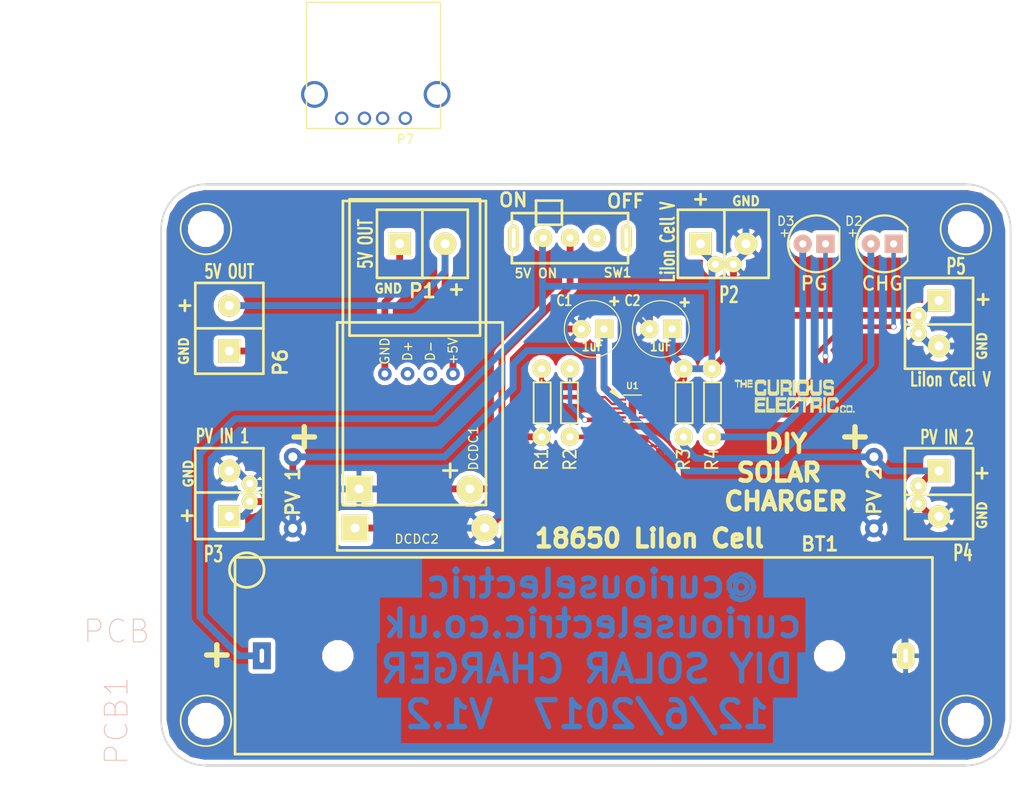
<source format=kicad_pcb>
(kicad_pcb (version 4) (host pcbnew 4.0.5)
  (layers (0 F.Cu signal) (31 B.Cu signal) (34 B.Paste user) (35 F.Paste user) (36 B.SilkS user) (37 F.SilkS user) (38 B.Mask user) (39 F.Mask user) (44 Edge.Cuts user))
  (net 0 "")
  (net 1 VCC)
  (net 2 GND)
  (net 3 "Net-(C1-Pad1)")
  (net 4 "Net-(D2-Pad2)")
  (net 5 "Net-(D3-Pad2)")
  (net 6 "Net-(D3-Pad1)")
  (net 7 "Net-(R1-Pad1)")
  (net 8 "Net-(R2-Pad1)")
  (net 9 "Net-(R2-Pad2)")
  (net 10 "Net-(D2-Pad1)")
  (net 11 "Net-(DCDC1-Pad3)")
  (net 12 "Net-(DCDC1-Pad4)")
  (net 13 "Net-(DCDC1-Pad2)")
  (net 14 "Net-(LG1-Pad1)")
  (net 15 "Net-(P7-Pad3)")
  (net 16 "Net-(P7-Pad2)")
  (net 17 "Net-(U1-Pad9)")
  (module REInnovationFootprint:TH_Resistor_1 (layer F.Cu) (at 140.97 88.34 270)
    (fp_text reference R1 (at 6.35 0 270) (layer F.SilkS) (effects (font (size 1.397 1.27) (thickness 0.2032))))
    (fp_text value 1k hide)
    (pad 1 thru_hole circle (at -3.81 0 270) (size 2.032 2.032) (drill 0.8001) (layers *.Cu *.Mask F.SilkS) (net 7 "Net-(R1-Pad1)"))
    (pad 2 thru_hole circle (at 3.81 0 270) (size 2.032 2.032) (drill 0.8001) (layers *.Cu *.Mask F.SilkS) (net 2 GND))
  )
  (module REInnovationFootprint:TH_Resistor_1 (layer F.Cu) (at 144.145 88.34 90)
    (fp_text reference R2 (at -6.35 0 90) (layer F.SilkS) (effects (font (size 1.397 1.27) (thickness 0.2032))))
    (fp_text value 100k hide)
    (pad 1 thru_hole circle (at -3.81 0 90) (size 2.032 2.032) (drill 0.8001) (layers *.Cu *.Mask F.SilkS) (net 8 "Net-(R2-Pad1)"))
    (pad 2 thru_hole circle (at 3.81 0 90) (size 2.032 2.032) (drill 0.8001) (layers *.Cu *.Mask F.SilkS) (net 9 "Net-(R2-Pad2)"))
  )
  (module REInnovationFootprint:TH_Resistor_1 (layer F.Cu) (at 156.845 88.34 270)
    (fp_text reference R3 (at 6.35 0 270) (layer F.SilkS) (effects (font (size 1.397 1.27) (thickness 0.2032))))
    (fp_text value 2.2k hide)
    (pad 1 thru_hole circle (at -3.81 0 270) (size 2.032 2.032) (drill 0.8001) (layers *.Cu *.Mask F.SilkS) (net 1 VCC))
    (pad 2 thru_hole circle (at 3.81 0 270) (size 2.032 2.032) (drill 0.8001) (layers *.Cu *.Mask F.SilkS) (net 4 "Net-(D2-Pad2)"))
  )
  (module REInnovationFootprint:TH_Resistor_1 (layer F.Cu) (at 160.02 88.34 270)
    (fp_text reference R4 (at 6.35 0 270) (layer F.SilkS) (effects (font (size 1.397 1.27) (thickness 0.2032))))
    (fp_text value 2.2k hide)
    (pad 1 thru_hole circle (at -3.81 0 270) (size 2.032 2.032) (drill 0.8001) (layers *.Cu *.Mask F.SilkS) (net 1 VCC))
    (pad 2 thru_hole circle (at 3.81 0 270) (size 2.032 2.032) (drill 0.8001) (layers *.Cu *.Mask F.SilkS) (net 5 "Net-(D3-Pad2)"))
  )
  (module REInnovationFootprint:SM_WSON-10-2x3 (layer F.Cu) (at 151.13 88.975)
    (fp_text reference U1 (at 0 -2.54) (layer F.SilkS) (effects (font (size 0.7 0.7))))
    (fp_text value BQ24210 hide)
    (pad 10 smd rect (at 0.95 -1) (size 0.5 0.25) (layers F.Cu F.Paste F.Mask) (net 1 VCC))
    (pad 9 smd rect (at 0.95 -0.5) (size 0.5 0.25) (layers F.Cu F.Paste F.Mask) (net 17 "Net-(U1-Pad9)"))
    (pad 6 smd rect (at 0.95 1) (size 0.5 0.25) (layers F.Cu F.Paste F.Mask) (net 6 "Net-(D3-Pad1)"))
    (pad 7 smd rect (at 0.95 0.5) (size 0.5 0.25) (layers F.Cu F.Paste F.Mask) (net 6 "Net-(D3-Pad1)"))
    (pad 8 smd rect (at 0.95 0) (size 0.5 0.25) (layers F.Cu F.Paste F.Mask) (net 10 "Net-(D2-Pad1)"))
    (pad 5 smd rect (at -0.95 1) (size 0.5 0.25) (layers F.Cu F.Paste F.Mask) (net 8 "Net-(R2-Pad1)"))
    (pad 4 smd rect (at -0.95 0.5) (size 0.5 0.25) (layers F.Cu F.Paste F.Mask) (net 9 "Net-(R2-Pad2)"))
    (pad 1 smd rect (at -0.95 -1) (size 0.5 0.25) (layers F.Cu F.Paste F.Mask) (net 3 "Net-(C1-Pad1)"))
    (pad 2 smd rect (at -0.95 -0.5) (size 0.5 0.25) (layers F.Cu F.Paste F.Mask) (net 7 "Net-(R1-Pad1)"))
    (pad PAD smd rect (at 0 0) (size 0.84 2.4) (layers F.Cu F.Mask) (net 2 GND))
    (pad 3 smd rect (at -0.95 0) (size 0.5 0.25) (layers F.Cu F.Paste F.Mask) (net 2 GND))
  )
  (module matts_components:C1V7_lg_pad_lg_hole (layer F.Cu) (at 146.685 80.085 180)
    (fp_text reference C1 (at 3.175 3.175 180) (layer F.SilkS) (effects (font (size 1.143 0.889) (thickness 0.2032))))
    (fp_text value 1uF (at 0 -1.905 180) (layer F.SilkS) (effects (font (size 1.143 0.889) (thickness 0.2032))))
    (fp_text user + (at -2.413 3.175 180) (layer F.SilkS) (effects (font (size 1.143 1.143) (thickness 0.28702))))
    (pad 1 thru_hole rect (at -1.27 0 180) (size 2.032 2.032) (drill 0.8001) (layers *.Cu *.Mask F.SilkS) (net 3 "Net-(C1-Pad1)"))
    (pad 2 thru_hole circle (at 1.27 0 180) (size 2.032 2.032) (drill 0.8001) (layers *.Cu *.Mask F.SilkS) (net 2 GND))
  )
  (module matts_components:C1V7_lg_pad_lg_hole (layer F.Cu) (at 154.305 80.085 180)
    (fp_text reference C2 (at 3.175 3.175 180) (layer F.SilkS) (effects (font (size 1.143 0.889) (thickness 0.2032))))
    (fp_text value 1uF (at 0 -1.905 180) (layer F.SilkS) (effects (font (size 1.143 0.889) (thickness 0.2032))))
    (fp_text user + (at -2.667 3.048 180) (layer F.SilkS) (effects (font (size 1.143 1.143) (thickness 0.28702))))
    (pad 1 thru_hole rect (at -1.27 0 180) (size 2.032 2.032) (drill 0.8001) (layers *.Cu *.Mask F.SilkS) (net 1 VCC))
    (pad 2 thru_hole circle (at 1.27 0 180) (size 2.032 2.032) (drill 0.8001) (layers *.Cu *.Mask F.SilkS) (net 2 GND))
  )
  (module CuriousElectric3:CEC_Globe_10mm_FCU (layer F.Cu) (at 151.257 96.647)
    (fp_text reference LG1 hide)
    (fp_text value LOGO1 hide)
    (fp_poly (pts (xy 0.230092 -4.822486) (xy 0.792908 -4.777429) (xy 1.267235 -4.688807) (xy 1.340706 -4.667542) (xy 2.157578 -4.328299) (xy 2.906366 -3.848203) (xy 3.436072 -3.372761) (xy 3.895128 -2.844669) (xy 4.241358 -2.322757) (xy 4.515748 -1.74238) (xy 4.585661 -1.559568) (xy 4.694208 -1.134991) (xy 4.761463 -0.602005) (xy 4.786724 -0.016601) (xy 4.769288 0.565234) (xy 4.708454 1.087509) (xy 4.623268 1.439333) (xy 4.251352 2.306343) (xy 3.758998 3.062829) (xy 3.153541 3.700203) (xy 2.442312 4.209878) (xy 2.105847 4.38761) (xy 1.727794 4.554278) (xy 1.34502 4.700212) (xy 1.024552 4.800467) (xy 0.948332 4.818372) (xy 0.590714 4.866643) (xy 0.138732 4.892962) (xy -0.333906 4.896002) (xy -0.753492 4.874436) (xy -0.931334 4.852214) (xy -1.397145 4.736206) (xy -1.917506 4.546832) (xy -2.413737 4.315238) (xy -2.683125 4.158727) (xy -3.248282 3.720076) (xy -2.794 3.720076) (xy -2.723212 3.790508) (xy -2.53362 3.912526) (xy -2.259386 4.065085) (xy -2.106863 4.14341) (xy -1.742472 4.318379) (xy -1.472379 4.43308) (xy -1.310818 4.483029) (xy -1.27202 4.463741) (xy -1.359776 4.378807) (xy -1.496247 4.269403) (xy -1.575752 4.204574) (xy -0.925894 4.204574) (xy -0.868603 4.341183) (xy -0.758702 4.471368) (xy -0.609663 4.59228) (xy -0.467889 4.653021) (xy -0.378369 4.643933) (xy -0.379736 4.628244) (xy 0.360409 4.628244) (xy 0.402507 4.646152) (xy 0.458702 4.628721) (xy 0.645329 4.57917) (xy 0.718202 4.572) (xy 0.837498 4.523907) (xy 1.038601 4.39991) (xy 1.149702 4.322145) (xy 1.511351 4.322145) (xy 1.525151 4.349207) (xy 1.637851 4.317468) (xy 1.651 4.312843) (xy 1.883427 4.213103) (xy 2.163446 4.070201) (xy 2.260457 4.015442) (xy 2.536293 3.839645) (xy 2.657844 3.722174) (xy 2.62795 3.658231) (xy 2.481496 3.642408) (xy 2.241535 3.713368) (xy 1.932671 3.926596) (xy 1.820333 4.023471) (xy 1.606421 4.219246) (xy 1.511351 4.322145) (xy 1.149702 4.322145) (xy 1.280736 4.230428) (xy 1.523129 4.045881) (xy 1.725007 3.876688) (xy 1.845597 3.75327) (xy 1.862666 3.718156) (xy 1.787142 3.671251) (xy 1.59677 3.643708) (xy 1.49492 3.640666) (xy 1.278331 3.653337) (xy 1.118297 3.712591) (xy 0.959046 3.850292) (xy 0.790977 4.042833) (xy 0.545686 4.34238) (xy 0.405149 4.532252) (xy 0.360409 4.628244) (xy -0.379736 4.628244) (xy -0.386092 4.555355) (xy -0.388599 4.550833) (xy -0.522195 4.362262) (xy -0.678414 4.202742) (xy -0.811145 4.1151) (xy -0.858974 4.113939) (xy -0.925894 4.204574) (xy -1.575752 4.204574) (xy -1.708706 4.096164) (xy -1.876496 3.958166) (xy -2.206667 3.73062) (xy -2.309146 3.698) (xy -1.862667 3.698) (xy -1.803602 3.782977) (xy -1.655475 3.927497) (xy -1.5875 3.986346) (xy -1.414453 4.124509) (xy -1.329278 4.158385) (xy -1.293209 4.096099) (xy -1.284472 4.049855) (xy -1.283022 3.848459) (xy -1.302981 3.761509) (xy -1.341434 3.73225) (xy -0.762 3.73225) (xy -0.714139 3.832567) (xy -0.594367 4.010218) (xy -0.4384 4.218718) (xy -0.281957 4.411577) (xy -0.160755 4.542309) (xy -0.116801 4.572) (xy -0.099198 4.495397) (xy -0.087526 4.297806) (xy -0.084667 4.106333) (xy -0.084667 3.640666) (xy 0.084666 3.640666) (xy 0.08846 4.1275) (xy 0.092254 4.614333) (xy 0.46946 4.193318) (xy 0.660959 3.970404) (xy 0.796726 3.794853) (xy 0.846666 3.706485) (xy 0.770958 3.667224) (xy 0.579417 3.64368) (xy 0.465666 3.640666) (xy 0.084666 3.640666) (xy -0.084667 3.640666) (xy -0.423334 3.640666) (xy -0.635502 3.660978) (xy -0.753397 3.711741) (xy -0.762 3.73225) (xy -1.341434 3.73225) (xy -1.395683 3.690973) (xy -1.564703 3.647262) (xy -1.740008 3.638322) (xy -1.85156 3.6721) (xy -1.862667 3.698) (xy -2.309146 3.698) (xy -2.483261 3.642578) (xy -2.527554 3.640666) (xy -2.711226 3.662681) (xy -2.793663 3.716072) (xy -2.794 3.720076) (xy -3.248282 3.720076) (xy -3.271249 3.70225) (xy -3.808462 3.140101) (xy -4.266574 2.510811) (xy -4.533182 2.010833) (xy -4.233017 2.010833) (xy -4.178475 2.167604) (xy -4.035999 2.406897) (xy -3.835777 2.689908) (xy -3.608002 2.977831) (xy -3.382863 3.231864) (xy -3.19055 3.4132) (xy -3.093657 3.475295) (xy -2.877856 3.531343) (xy -2.644773 3.549618) (xy -2.469682 3.526676) (xy -2.433093 3.505536) (xy -2.450226 3.415203) (xy -2.546802 3.233849) (xy -2.660337 3.061036) (xy -2.862439 2.758868) (xy -3.059312 2.440438) (xy -3.135613 2.307166) (xy -3.259051 2.098237) (xy -3.298381 2.061206) (xy -3.048 2.061206) (xy -3.001712 2.192223) (xy -2.880931 2.416216) (xy -2.712787 2.690711) (xy -2.524409 2.973234) (xy -2.342926 3.221309) (xy -2.201563 3.386437) (xy -1.986062 3.511331) (xy -1.732527 3.538716) (xy -1.508553 3.46951) (xy -1.42444 3.387458) (xy -0.532896 3.387458) (xy -0.511343 3.511738) (xy -0.352842 3.544441) (xy -0.309511 3.539675) (xy -0.206551 3.505842) (xy -0.14874 3.414156) (xy -0.120758 3.223487) (xy -0.113644 3.070894) (xy 0.083959 3.070894) (xy 0.092513 3.331435) (xy 0.135354 3.491521) (xy 0.145014 3.503458) (xy 0.259335 3.53471) (xy 0.477659 3.543366) (xy 0.589514 3.538736) (xy 0.783913 3.52087) (xy 0.91714 3.476714) (xy 0.951281 3.444301) (xy 1.318578 3.444301) (xy 1.320044 3.483809) (xy 1.434653 3.536221) (xy 1.645996 3.553824) (xy 1.885244 3.537356) (xy 2.08357 3.487555) (xy 2.109152 3.475354) (xy 2.120173 3.465684) (xy 2.455333 3.465684) (xy 2.518506 3.549278) (xy 2.677627 3.550474) (xy 2.887094 3.479816) (xy 3.101308 3.347846) (xy 3.152497 3.304481) (xy 3.315695 3.149825) (xy 3.361178 3.075912) (xy 3.299169 3.05255) (xy 3.2385 3.050481) (xy 3.084796 3.000149) (xy 3.048 2.921) (xy 3.007622 2.808251) (xy 2.973382 2.794) (xy 2.877714 2.857553) (xy 2.736618 3.012111) (xy 2.591861 3.20352) (xy 2.485208 3.377626) (xy 2.455333 3.465684) (xy 2.120173 3.465684) (xy 2.23373 3.366049) (xy 2.409473 3.160803) (xy 2.579079 2.931187) (xy 2.748036 2.677322) (xy 2.831541 2.5109) (xy 2.843586 2.382307) (xy 2.798162 2.241929) (xy 2.783158 2.207499) (xy 2.693082 2.04516) (xy 2.573344 1.969303) (xy 2.362513 1.94792) (xy 2.283866 1.947333) (xy 1.899735 1.947333) (xy 1.587582 2.679476) (xy 1.456422 3.004776) (xy 1.362527 3.272427) (xy 1.318578 3.444301) (xy 0.951281 3.444301) (xy 1.025305 3.374026) (xy 1.144516 3.180561) (xy 1.281327 2.921) (xy 1.48774 2.521428) (xy 1.613378 2.249383) (xy 1.652113 2.080399) (xy 1.597813 1.990009) (xy 1.44435 1.953746) (xy 1.185594 1.947145) (xy 1.037386 1.947333) (xy 0.370029 1.947333) (xy 0.227347 2.246539) (xy 0.155045 2.472446) (xy 0.106026 2.765898) (xy 0.083959 3.070894) (xy -0.113644 3.070894) (xy -0.110603 3.005666) (xy -0.106733 2.744351) (xy -0.118935 2.63965) (xy -0.149645 2.679394) (xy -0.166175 2.728232) (xy -0.273097 2.964785) (xy -0.414252 3.182684) (xy -0.532896 3.387458) (xy -1.42444 3.387458) (xy -1.412439 3.375752) (xy -1.386179 3.256523) (xy -1.425702 3.06063) (xy -1.538351 2.758926) (xy -1.609701 2.592585) (xy -1.825083 2.102487) (xy -1.628362 2.102487) (xy -1.574817 2.282258) (xy -1.50802 2.455333) (xy -1.40357 2.689592) (xy -1.321413 2.843327) (xy -1.289898 2.878666) (xy -1.273971 2.804178) (xy -1.284178 2.617131) (xy -1.294766 2.527797) (xy -1.378806 2.222201) (xy -1.52516 2.058202) (xy -1.625142 2.033296) (xy -1.628362 2.102487) (xy -1.825083 2.102487) (xy -1.893269 1.947333) (xy -2.470635 1.947333) (xy -2.798436 1.957141) (xy -2.982402 1.989791) (xy -3.04707 2.050124) (xy -3.048 2.061206) (xy -3.298381 2.061206) (xy -3.372433 1.991485) (xy -3.537482 1.952617) (xy -3.783258 1.947333) (xy -4.03334 1.958116) (xy -4.196617 1.985844) (xy -4.233017 2.010833) (xy -4.533182 2.010833) (xy -4.617393 1.852911) (xy -4.827654 1.227619) (xy -4.890095 0.802586) (xy -4.917063 0.277066) (xy -4.91441 0.074936) (xy -4.682062 0.074936) (xy -4.630807 0.623818) (xy -4.58302 0.968185) (xy -4.51233 1.29212) (xy -4.453096 1.47535) (xy -4.366988 1.654808) (xy -4.266794 1.744198) (xy -4.09524 1.774802) (xy -3.898987 1.778) (xy -3.656373 1.76669) (xy -3.502075 1.737743) (xy -3.472756 1.7145) (xy -3.489326 1.608371) (xy -3.532525 1.377223) (xy -3.594605 1.061846) (xy -3.629553 0.889) (xy -3.736269 0.365632) (xy -3.556 0.365632) (xy -3.530312 0.614517) (xy -3.464284 0.931058) (xy -3.374469 1.254782) (xy -3.277422 1.525221) (xy -3.198328 1.672166) (xy -3.057982 1.734824) (xy -2.776495 1.770851) (xy -2.525797 1.778) (xy -1.939661 1.778) (xy -1.995403 1.4605) (xy -2.065894 1.065064) (xy -2.102674 0.899609) (xy -1.933783 0.899609) (xy -1.912685 0.984172) (xy -1.843164 1.077889) (xy -1.758292 1.030157) (xy -1.704002 0.914571) (xy -1.759656 0.831144) (xy -1.872452 0.771611) (xy -1.914049 0.785159) (xy -1.933783 0.899609) (xy -2.102674 0.899609) (xy -2.124913 0.799573) (xy -2.192658 0.627628) (xy -2.289327 0.51283) (xy -2.435121 0.418778) (xy -2.628192 0.320195) (xy -2.871408 0.213542) (xy -2.000616 0.213542) (xy -1.998726 0.218591) (xy -1.952165 0.409319) (xy -1.947334 0.472591) (xy -1.882083 0.567612) (xy -1.735393 0.588175) (xy -1.580863 0.527928) (xy -1.556227 0.506359) (xy -1.42059 0.476619) (xy -1.190395 0.519108) (xy -0.912998 0.613678) (xy -0.635755 0.740174) (xy -0.40602 0.878447) (xy -0.27115 1.008345) (xy -0.254 1.060507) (xy -0.207591 1.171776) (xy -0.169334 1.185333) (xy -0.12509 1.107575) (xy -0.094799 0.901593) (xy -0.084667 0.635) (xy -0.084667 0.084666) (xy 0.084666 0.084666) (xy 0.084666 0.663743) (xy 0.089747 0.974021) (xy 0.114192 1.159117) (xy 0.171807 1.263089) (xy 0.276398 1.329998) (xy 0.296333 1.339261) (xy 0.46271 1.47561) (xy 0.508 1.606851) (xy 0.522654 1.694536) (xy 0.590116 1.745871) (xy 0.745633 1.770417) (xy 1.024454 1.777735) (xy 1.13902 1.778) (xy 1.77004 1.778) (xy 1.951566 1.778) (xy 2.372783 1.778) (xy 2.629064 1.767447) (xy 2.755623 1.726633) (xy 2.791259 1.641819) (xy 2.791307 1.629833) (xy 2.739589 1.444154) (xy 2.738311 1.441966) (xy 4.179576 1.441966) (xy 4.195587 1.531422) (xy 4.263019 1.579315) (xy 4.326654 1.476046) (xy 4.382656 1.30334) (xy 4.396715 1.23069) (xy 4.353366 1.216681) (xy 4.265648 1.286065) (xy 4.179576 1.441966) (xy 2.738311 1.441966) (xy 2.670122 1.32527) (xy 2.594044 1.154595) (xy 2.597206 1.050103) (xy 2.59231 0.946321) (xy 2.555983 0.931333) (xy 2.404556 0.903039) (xy 2.336434 0.880393) (xy 2.221888 0.895175) (xy 2.124584 1.045454) (xy 2.036949 1.34543) (xy 2.004375 1.502833) (xy 1.951566 1.778) (xy 1.77004 1.778) (xy 1.858214 1.4605) (xy 1.928803 1.168854) (xy 1.936439 1.004738) (xy 1.879453 0.937828) (xy 1.829104 0.931333) (xy 1.712553 0.87854) (xy 1.559361 0.747777) (xy 1.405443 0.580465) (xy 1.321536 0.465666) (xy 4.402666 0.465666) (xy 4.445 0.508) (xy 4.487333 0.465666) (xy 4.445 0.423333) (xy 4.402666 0.465666) (xy 1.321536 0.465666) (xy 1.286715 0.418025) (xy 1.239091 0.301879) (xy 1.257624 0.272236) (xy 1.313721 0.221203) (xy 4.17777 0.221203) (xy 4.191 0.254) (xy 4.267082 0.33477) (xy 4.280663 0.338666) (xy 4.317029 0.27316) (xy 4.318 0.254) (xy 4.252912 0.172586) (xy 4.228336 0.169333) (xy 4.17777 0.221203) (xy 1.313721 0.221203) (xy 1.349655 0.188513) (xy 1.354666 0.162277) (xy 1.276925 0.125181) (xy 1.071281 0.097739) (xy 0.779101 0.085006) (xy 0.719666 0.084666) (xy 0.084666 0.084666) (xy -0.084667 0.084666) (xy -0.54635 0.084666) (xy -0.852468 0.102932) (xy -1.121586 0.149528) (xy -1.22598 0.18397) (xy -1.414542 0.240896) (xy -1.53692 0.190107) (xy -1.54323 0.18397) (xy -1.701912 0.105241) (xy -1.846326 0.084666) (xy -1.992198 0.113332) (xy -2.000616 0.213542) (xy -2.871408 0.213542) (xy -2.917827 0.193187) (xy -3.183413 0.108077) (xy -3.323167 0.086085) (xy -3.482885 0.105406) (xy -3.546115 0.200351) (xy -3.556 0.365632) (xy -3.736269 0.365632) (xy -3.784928 0.127) (xy -4.682062 0.074936) (xy -4.91441 0.074936) (xy -4.909689 -0.284567) (xy -4.907376 -0.314964) (xy -4.681503 -0.314964) (xy -4.660606 -0.166865) (xy -4.581808 -0.085116) (xy -4.580939 -0.084606) (xy -4.377671 -0.022376) (xy -4.11845 -0.006567) (xy -3.894791 -0.039618) (xy -3.839175 -0.064844) (xy -3.789619 -0.172407) (xy -3.773305 -0.249236) (xy -3.582063 -0.249236) (xy -3.54219 -0.111114) (xy -3.538127 -0.105834) (xy -3.420725 -0.010267) (xy -3.284267 -0.042763) (xy -3.227997 -0.076285) (xy -3.164121 -0.151943) (xy -3.179166 -0.21732) (xy -2.577938 -0.21732) (xy -2.577195 -0.073945) (xy -2.556087 -0.04431) (xy -2.423416 -0.006362) (xy -2.287625 -0.085643) (xy -2.216612 -0.233699) (xy -2.222485 -0.285045) (xy -2.032 -0.285045) (xy -2.005539 -0.117697) (xy -1.947481 -0.03885) (xy -1.889814 -0.080602) (xy -1.875894 -0.128398) (xy -1.898878 -0.303163) (xy -1.939394 -0.364594) (xy -2.012271 -0.395348) (xy -2.032 -0.285045) (xy -2.222485 -0.285045) (xy -2.233743 -0.383468) (xy -2.313418 -0.409684) (xy -1.68182 -0.409684) (xy -1.677171 -0.207141) (xy -1.560256 -0.077755) (xy -1.502834 -0.059753) (xy -1.149355 -0.019873) (xy -0.747014 -0.014651) (xy -0.394933 -0.044676) (xy -0.34925 -0.052917) (xy -0.084667 -0.105834) (xy -0.084667 -0.898073) (xy 0.084666 -0.898073) (xy 0.086744 -0.507216) (xy 0.108852 -0.254636) (xy 0.174797 -0.109318) (xy 0.30839 -0.040249) (xy 0.533439 -0.016414) (xy 0.766557 -0.009822) (xy 1.025354 -0.021249) (xy 1.212578 -0.094911) (xy 1.344176 -0.209102) (xy 3.916564 -0.209102) (xy 3.933518 -0.174967) (xy 4.014251 -0.087434) (xy 4.029102 -0.149163) (xy 4.008549 -0.215319) (xy 3.946216 -0.307525) (xy 3.918062 -0.305618) (xy 3.916564 -0.209102) (xy 1.344176 -0.209102) (xy 1.408952 -0.265309) (xy 1.44106 -0.298116) (xy 1.622003 -0.509478) (xy 1.70228 -0.698122) (xy 1.714678 -0.945562) (xy 1.713501 -0.975449) (xy 1.714299 -1.03373) (xy 2.218321 -1.03373) (xy 2.2421 -0.952774) (xy 2.402633 -0.931334) (xy 2.603176 -0.882818) (xy 2.70541 -0.809061) (xy 2.85349 -0.718846) (xy 3.083092 -0.658314) (xy 3.117944 -0.65396) (xy 3.341011 -0.628692) (xy 3.48684 -0.609057) (xy 3.498708 -0.6069) (xy 3.544194 -0.661657) (xy 3.540311 -0.740834) (xy 3.525376 -0.762) (xy 3.725333 -0.762) (xy 3.75422 -0.679535) (xy 3.762669 -0.677334) (xy 3.834955 -0.736663) (xy 3.852333 -0.762) (xy 3.84562 -0.840019) (xy 3.814996 -0.846667) (xy 3.728778 -0.785207) (xy 3.725333 -0.762) (xy 3.525376 -0.762) (xy 3.466036 -0.846094) (xy 3.272072 -0.902588) (xy 3.146044 -0.91538) (xy 2.907233 -0.9502) (xy 2.818523 -1.01366) (xy 2.822574 -1.05301) (xy 2.788136 -1.16682) (xy 2.668427 -1.253945) (xy 2.490812 -1.296987) (xy 2.351126 -1.210121) (xy 2.336461 -1.194315) (xy 2.218321 -1.03373) (xy 1.714299 -1.03373) (xy 1.716853 -1.219971) (xy 1.762123 -1.333715) (xy 1.828373 -1.354667) (xy 1.927907 -1.418249) (xy 1.931371 -1.502834) (xy 1.898271 -1.569773) (xy 1.809673 -1.615224) (xy 1.635947 -1.644629) (xy 1.347464 -1.663429) (xy 0.993829 -1.675032) (xy 0.084666 -1.699063) (xy 0.084666 -0.898073) (xy -0.084667 -0.898073) (xy -0.084667 -1.693334) (xy -0.371942 -1.693334) (xy -0.603192 -1.656065) (xy -0.707952 -1.566334) (xy -0.818663 -1.453742) (xy -0.881981 -1.439334) (xy -1.038384 -1.379147) (xy -1.223724 -1.235434) (xy -1.378208 -1.063469) (xy -1.442027 -0.921625) (xy -1.492325 -0.765379) (xy -1.569027 -0.639985) (xy -1.68182 -0.409684) (xy -2.313418 -0.409684) (xy -2.354904 -0.423334) (xy -2.490377 -0.359148) (xy -2.577938 -0.21732) (xy -3.179166 -0.21732) (xy -3.192722 -0.276224) (xy -3.267418 -0.413656) (xy -3.384003 -0.58721) (xy -3.470359 -0.674782) (xy -3.479718 -0.677334) (xy -3.54336 -0.605412) (xy -3.579964 -0.438358) (xy -3.582063 -0.249236) (xy -3.773305 -0.249236) (xy -3.739437 -0.408728) (xy -3.696229 -0.733435) (xy -3.680088 -0.910215) (xy -3.618826 -1.693334) (xy -3.997345 -1.693334) (xy -4.233702 -1.684369) (xy -4.360327 -1.628679) (xy -4.436782 -1.483066) (xy -4.480937 -1.342631) (xy -4.561314 -1.03092) (xy -4.634197 -0.679176) (xy -4.651444 -0.577995) (xy -4.681503 -0.314964) (xy -4.907376 -0.314964) (xy -4.869101 -0.817937) (xy -4.796432 -1.25867) (xy -4.783062 -1.311956) (xy -4.563451 -1.896058) (xy -4.193813 -1.896058) (xy -4.100031 -1.80539) (xy -3.915218 -1.818235) (xy -3.741888 -1.865711) (xy -3.666382 -1.893397) (xy -3.667984 -1.97903) (xy -3.690716 -2.179264) (xy -3.711991 -2.331015) (xy -3.726317 -2.427327) (xy -1.592512 -2.427327) (xy -1.501466 -2.373732) (xy -1.448392 -2.370667) (xy -1.281665 -2.444955) (xy -1.195452 -2.657896) (xy -1.185334 -2.800925) (xy -1.141084 -2.942392) (xy -1.026117 -2.963446) (xy -0.867107 -2.8822) (xy -0.690728 -2.716766) (xy -0.523655 -2.485253) (xy -0.42191 -2.282563) (xy -0.354984 -2.080886) (xy -0.374541 -1.984774) (xy -0.407132 -1.966846) (xy -0.47178 -1.889189) (xy -0.461198 -1.855436) (xy -0.401436 -1.78742) (xy -0.304983 -1.797737) (xy -0.218592 -1.829392) (xy -0.125014 -1.954265) (xy -0.088371 -2.206698) (xy 0.084666 -2.206698) (xy 0.096443 -1.989739) (xy 0.158922 -1.887438) (xy 0.312828 -1.845413) (xy 0.359833 -1.839248) (xy 0.903063 -1.793185) (xy 1.293438 -1.808514) (xy 1.528679 -1.8851) (xy 1.560285 -1.911048) (xy 1.660702 -2.103343) (xy 1.671391 -2.343214) (xy 1.606344 -2.574973) (xy 1.479555 -2.742935) (xy 1.338419 -2.794) (xy 1.187837 -2.851813) (xy 1.118161 -2.979876) (xy 1.158535 -3.110127) (xy 1.19171 -3.136609) (xy 1.259352 -3.230199) (xy 1.24253 -3.273025) (xy 1.129498 -3.284911) (xy 1.013298 -3.235295) (xy 0.830341 -3.152137) (xy 0.729178 -3.132667) (xy 0.613805 -3.065486) (xy 0.473633 -2.898106) (xy 0.434551 -2.836334) (xy 0.304791 -2.649729) (xy 0.19511 -2.546947) (xy 0.172188 -2.54) (xy 0.117025 -2.464975) (xy 0.086689 -2.277889) (xy 0.084666 -2.206698) (xy -0.088371 -2.206698) (xy -0.084979 -2.230064) (xy -0.099169 -2.646842) (xy -0.138509 -2.99385) (xy -0.181909 -3.310492) (xy 1.452764 -3.310492) (xy 1.487982 -3.207163) (xy 1.566333 -3.132667) (xy 1.667963 -2.968164) (xy 1.693333 -2.827919) (xy 1.768321 -2.620531) (xy 1.905 -2.489881) (xy 2.056669 -2.359984) (xy 2.116666 -2.250863) (xy 2.183276 -2.078781) (xy 2.339635 -2.00725) (xy 2.463588 -2.036419) (xy 2.612356 -2.139496) (xy 2.66272 -2.19441) (xy 2.635411 -2.286) (xy 2.921 -2.286) (xy 2.927712 -2.207982) (xy 2.958336 -2.201334) (xy 3.044554 -2.262794) (xy 3.048 -2.286) (xy 3.019113 -2.368466) (xy 3.010663 -2.370667) (xy 2.938377 -2.311338) (xy 2.921 -2.286) (xy 2.635411 -2.286) (xy 2.634259 -2.289862) (xy 2.502037 -2.422275) (xy 2.478082 -2.440332) (xy 2.407082 -2.497667) (xy 3.132666 -2.497667) (xy 3.175 -2.455334) (xy 3.217333 -2.497667) (xy 3.175 -2.54) (xy 3.132666 -2.497667) (xy 2.407082 -2.497667) (xy 2.327586 -2.561862) (xy 2.317381 -2.596445) (xy 3.414888 -2.596445) (xy 3.426511 -2.546111) (xy 3.471333 -2.54) (xy 3.541023 -2.570979) (xy 3.527777 -2.596445) (xy 3.427298 -2.606578) (xy 3.414888 -2.596445) (xy 2.317381 -2.596445) (xy 2.301797 -2.64925) (xy 2.376708 -2.751667) (xy 2.963333 -2.751667) (xy 3.005666 -2.709334) (xy 3.048 -2.751667) (xy 3.005666 -2.794) (xy 2.963333 -2.751667) (xy 2.376708 -2.751667) (xy 2.385136 -2.763189) (xy 2.392979 -2.771878) (xy 2.518291 -2.945047) (xy 2.509928 -3.086093) (xy 2.399877 -3.231834) (xy 2.233756 -3.334501) (xy 2.568769 -3.334501) (xy 2.582333 -3.302) (xy 2.694492 -3.220495) (xy 2.719326 -3.217334) (xy 2.76523 -3.2695) (xy 2.751666 -3.302) (xy 2.639507 -3.383506) (xy 2.614673 -3.386667) (xy 2.568769 -3.334501) (xy 2.233756 -3.334501) (xy 2.219661 -3.343212) (xy 1.924514 -3.385557) (xy 1.849544 -3.386667) (xy 1.571276 -3.368524) (xy 1.452764 -3.310492) (xy -0.181909 -3.310492) (xy -0.19235 -3.386667) (xy -0.633386 -3.386667) (xy -0.934903 -3.366136) (xy -1.14458 -3.282285) (xy -1.311741 -3.101727) (xy -1.471457 -2.819372) (xy -1.582071 -2.567368) (xy -1.592512 -2.427327) (xy -3.726317 -2.427327) (xy -3.760308 -2.655826) (xy -1.857042 -2.655826) (xy -1.791591 -2.624667) (xy -1.709884 -2.693324) (xy -1.615172 -2.855868) (xy -1.547758 -3.012415) (xy -1.566433 -3.030775) (xy -1.686249 -2.927413) (xy -1.828239 -2.766177) (xy -1.857042 -2.655826) (xy -3.760308 -2.655826) (xy -3.774566 -2.751667) (xy -4.009985 -2.383956) (xy -4.164205 -2.091346) (xy -4.193813 -1.896058) (xy -4.563451 -1.896058) (xy -4.491556 -2.087275) (xy -4.054312 -2.805426) (xy -3.490567 -3.447418) (xy -3.251913 -3.641911) (xy -0.931334 -3.641911) (xy -0.855189 -3.592904) (xy -0.660498 -3.561799) (xy -0.508 -3.556) (xy -0.084667 -3.556) (xy -0.084667 -3.725334) (xy 1.524 -3.725334) (xy 1.573608 -3.592549) (xy 1.735666 -3.556) (xy 1.894797 -3.58397) (xy 1.947333 -3.637688) (xy 1.881773 -3.731343) (xy 1.737291 -3.834295) (xy 1.592188 -3.89295) (xy 1.571899 -3.894667) (xy 1.532927 -3.823487) (xy 1.524 -3.725334) (xy -0.084667 -3.725334) (xy -0.084667 -3.841967) (xy -0.12383 -4.076313) (xy -0.188867 -4.187445) (xy 1.652532 -4.187445) (xy 1.723728 -4.084948) (xy 1.873504 -3.947193) (xy 2.068442 -3.799935) (xy 2.275126 -3.668929) (xy 2.46014 -3.57993) (xy 2.566163 -3.55623) (xy 2.72481 -3.581131) (xy 2.750576 -3.642431) (xy 2.638617 -3.742749) (xy 2.427101 -3.880982) (xy 2.170334 -4.027002) (xy 1.922626 -4.150683) (xy 1.738283 -4.221898) (xy 1.693333 -4.228929) (xy 1.652532 -4.187445) (xy -0.188867 -4.187445) (xy -0.219535 -4.239848) (xy -0.220984 -4.241066) (xy -0.318038 -4.292295) (xy -0.423392 -4.255697) (xy -0.578597 -4.111637) (xy -0.644317 -4.04101) (xy -0.810195 -3.844098) (xy -0.913855 -3.690434) (xy -0.931334 -3.641911) (xy -3.251913 -3.641911) (xy -3.147055 -3.727365) (xy -1.800971 -3.727365) (xy -1.776232 -3.686847) (xy -1.616581 -3.680257) (xy -1.533774 -3.682047) (xy -1.337738 -3.703248) (xy -1.17415 -3.775181) (xy -0.99478 -3.927529) (xy -0.803953 -4.131208) (xy -0.620061 -4.346642) (xy -0.504711 -4.50367) (xy -0.480373 -4.571339) (xy -0.483969 -4.572) (xy -0.601193 -4.528508) (xy -0.813255 -4.416138) (xy -1.075528 -4.262052) (xy -1.343387 -4.093411) (xy -1.572204 -3.937376) (xy -1.716809 -3.821647) (xy -1.800971 -3.727365) (xy -3.147055 -3.727365) (xy -2.919375 -3.912913) (xy -2.320782 -3.912913) (xy -2.282398 -3.847994) (xy -2.223174 -3.786709) (xy -2.156305 -3.771337) (xy -2.049252 -3.815132) (xy -1.869476 -3.931349) (xy -1.5875 -4.131052) (xy -1.372071 -4.289856) (xy -1.226119 -4.406628) (xy -1.185334 -4.449187) (xy -1.254859 -4.446036) (xy -1.431743 -4.391942) (xy -1.668447 -4.304377) (xy -1.917433 -4.200814) (xy -2.113033 -4.108213) (xy -2.285016 -4.00137) (xy -2.320782 -3.912913) (xy -2.919375 -3.912913) (xy -2.819555 -3.994261) (xy -2.060513 -4.426966) (xy -1.360467 -4.690843) (xy -0.909478 -4.779735) (xy -0.35833 -4.823435) (xy 0.230092 -4.822486)) (layer F.Cu) (width 0.01))
    (pad 1 smd circle (at 0 0) (size 0.01 0.01) (layers F.Cu F.Paste F.Mask) (net 14 "Net-(LG1-Pad1)") (clearance 5))
  )
  (module CuriousElectric3:TCEC_Words_13mm (layer F.Cu) (at 162.306 85.471)
    (fp_text reference LG2 hide)
    (fp_text value LOGO2 hide)
  )
  (module REInnovationFootprint:SIL-2_screw_terminal (layer F.Cu) (at 125.095 70.56)
    (fp_text reference P1 (at 2.54 5.259) (layer F.SilkS) (effects (font (thickness 0.3048))))
    (fp_text value "5V OUT" (at -3.81 0 270) (layer F.SilkS) (effects (font (size 1.524 1.016) (thickness 0.254))))
    (fp_text user GND (at -1.27 5.005) (layer F.SilkS) (effects (font (thickness 0.25))))
    (fp_text user + (at 6.35 5.005) (layer F.SilkS) (effects (font (thickness 0.3048))))
    (pad 1 thru_hole rect (at 0 0) (size 2.49936 2.49936) (drill 1.00076) (layers *.Cu *.Mask F.SilkS) (net 12 "Net-(DCDC1-Pad4)"))
    (pad 2 thru_hole circle (at 5.08 0) (size 2.49936 2.49936) (drill 1.00076) (layers *.Cu *.Mask F.SilkS) (net 11 "Net-(DCDC1-Pad3)"))
  )
  (module REInnovationFootprint:TH_LiIon_Holder (layer F.Cu) (at 106.68 127.635)
    (fp_text reference BT1 (at 65.405 -23.495 180) (layer F.SilkS) (effects (font (thickness 0.3048))))
    (fp_text value "18650 LiIon Cell" (at 46.355 -24.13) (layer F.SilkS) (effects (font (size 2 2) (thickness 0.5))))
    (fp_text user + (at -2.032 -11.303) (layer F.SilkS) (effects (font (size 3 3) (thickness 0.6))))
    (pad "" np_thru_hole circle (at 66.5 -11) (size 2.5 2.5) (drill 2.5) (layers *.Cu *.Mask))
    (pad 1 thru_hole rect (at 3 -11) (size 2 3) (drill oval 0.5 1.6) (layers *.Cu *.Mask) (net 1 VCC))
    (pad 2 thru_hole oval (at 75 -11) (size 2 3) (drill oval 0.5 1.6) (layers *.Cu *.Mask F.SilkS) (net 2 GND))
    (pad "" np_thru_hole circle (at 11.5 -11) (size 2.5 2.5) (drill 2.5) (layers *.Cu *.Mask))
  )
  (module REInnovationFootprint:SIL_2_screw_+_JST_2mm (layer F.Cu) (at 158.75 70.56)
    (fp_text reference P2 (at 3.175 5.715) (layer F.SilkS) (effects (font (size 1.72974 1.08712) (thickness 0.27178))))
    (fp_text value "LiIon Cell V" (at -3.683 -0.202 270) (layer F.SilkS) (effects (font (size 1.524 1.016) (thickness 0.254))))
    (fp_text user GND (at 5.08 -4.774 180) (layer F.SilkS) (effects (font (thickness 0.25))))
    (fp_text user + (at 0 -5.08) (layer F.SilkS) (effects (font (thickness 0.3048))))
    (pad 1 thru_hole rect (at 0 0) (size 2.49936 2.49936) (drill 1.00076) (layers *.Cu *.Mask F.SilkS) (net 1 VCC))
    (pad 2 thru_hole circle (at 5.08 0) (size 2.49936 2.49936) (drill 1.00076) (layers *.Cu *.Mask F.SilkS) (net 2 GND))
    (pad 1 thru_hole circle (at 1.651 2.286) (size 1.8 1.8) (drill 0.8) (layers *.Cu *.Mask F.SilkS) (net 1 VCC))
    (pad 2 thru_hole circle (at 3.683 2.286) (size 1.8 1.8) (drill 0.8) (layers *.Cu *.Mask F.SilkS) (net 2 GND))
  )
  (module REInnovationFootprint:TH_LED-5MM_larg_pad (layer F.Cu) (at 179.07 70.56)
    (fp_text reference D2 (at -3.175 -2.54) (layer F.SilkS))
    (fp_text value CHG (at 0 4.445) (layer F.SilkS) (effects (font (size 1.5 1.5) (thickness 0.25))))
    (fp_text user + (at -3.302 -1.27) (layer F.SilkS))
    (pad 2 thru_hole circle (at -1.27 0) (size 2.032 2.032) (drill 0.8128) (layers *.Cu *.SilkS *.Mask F.Paste) (net 4 "Net-(D2-Pad2)"))
    (pad 1 thru_hole rect (at 1.27 0) (size 2.032 2.032) (drill 0.8128) (layers *.Cu *.SilkS *.Mask F.Paste) (net 10 "Net-(D2-Pad1)"))
  )
  (module REInnovationFootprint:TH_LED-5MM_larg_pad (layer F.Cu) (at 171.45 70.56)
    (fp_text reference D3 (at -3.175 -2.54) (layer F.SilkS))
    (fp_text value PG (at 0 4.445) (layer F.SilkS) (effects (font (size 1.5 1.5) (thickness 0.25))))
    (fp_text user + (at -3.302 -1.27) (layer F.SilkS))
    (pad 2 thru_hole circle (at -1.27 0) (size 2.032 2.032) (drill 0.8128) (layers *.Cu *.SilkS *.Mask F.Paste) (net 5 "Net-(D3-Pad2)"))
    (pad 1 thru_hole rect (at 1.27 0) (size 2.032 2.032) (drill 0.8128) (layers *.Cu *.SilkS *.Mask F.Paste) (net 6 "Net-(D3-Pad1)"))
  )
  (module REInnovationFootprint:SIL_2_screw_+_JST_2mm (layer F.Cu) (at 185.42 76.91 270)
    (fp_text reference P5 (at -3.81 -1.905 540) (layer F.SilkS) (effects (font (size 1.72974 1.08712) (thickness 0.27178))))
    (fp_text value "LiIon Cell V" (at 8.815 -1.27 540) (layer F.SilkS) (effects (font (size 1.524 1.016) (thickness 0.254))))
    (fp_text user GND (at 5.08 -4.826 270) (layer F.SilkS) (effects (font (thickness 0.25))))
    (fp_text user + (at -0.127 -4.826 270) (layer F.SilkS) (effects (font (thickness 0.3048))))
    (pad 1 thru_hole rect (at 0 0 270) (size 2.49936 2.49936) (drill 1.00076) (layers *.Cu *.Mask F.SilkS) (net 1 VCC))
    (pad 2 thru_hole circle (at 5.08 0 270) (size 2.49936 2.49936) (drill 1.00076) (layers *.Cu *.Mask F.SilkS) (net 2 GND))
    (pad 1 thru_hole circle (at 1.651 2.286 270) (size 1.8 1.8) (drill 0.8) (layers *.Cu *.Mask F.SilkS) (net 1 VCC))
    (pad 2 thru_hole circle (at 3.683 2.286 270) (size 1.8 1.8) (drill 0.8) (layers *.Cu *.Mask F.SilkS) (net 2 GND))
  )
  (module REInnovationFootprint:SIL-2_screw_terminal (layer F.Cu) (at 106.045 82.55 90)
    (fp_text reference P6 (at -1.27 5.715 270) (layer F.SilkS) (effects (font (thickness 0.3048))))
    (fp_text value "5V OUT" (at 8.89 0 180) (layer F.SilkS) (effects (font (size 1.524 1.016) (thickness 0.254))))
    (fp_text user GND (at 0 -5.08 270) (layer F.SilkS) (effects (font (thickness 0.25))))
    (fp_text user + (at 5.08 -5.08 90) (layer F.SilkS) (effects (font (thickness 0.3048))))
    (pad 1 thru_hole rect (at 0 0 90) (size 2.49936 2.49936) (drill 1.00076) (layers *.Cu *.Mask F.SilkS) (net 12 "Net-(DCDC1-Pad4)"))
    (pad 2 thru_hole circle (at 5.08 0 90) (size 2.49936 2.49936) (drill 1.00076) (layers *.Cu *.Mask F.SilkS) (net 11 "Net-(DCDC1-Pad3)"))
  )
  (module REInnovationFootprint:SIL_2_screw_+_JST_2mm (layer F.Cu) (at 106.045 101.04 90)
    (fp_text reference P3 (at -4.243 -1.778 180) (layer F.SilkS) (effects (font (size 1.72974 1.08712) (thickness 0.27178))))
    (fp_text value "PV IN 1" (at 8.965 -0.762 180) (layer F.SilkS) (effects (font (size 1.524 1.016) (thickness 0.254))))
    (fp_text user GND (at 4.774 -4.572 90) (layer F.SilkS) (effects (font (thickness 0.25))))
    (fp_text user + (at 0.075 -4.826 90) (layer F.SilkS) (effects (font (thickness 0.3048))))
    (pad 1 thru_hole rect (at 0 0 90) (size 2.49936 2.49936) (drill 1.00076) (layers *.Cu *.Mask F.SilkS) (net 3 "Net-(C1-Pad1)"))
    (pad 2 thru_hole circle (at 5.08 0 90) (size 2.49936 2.49936) (drill 1.00076) (layers *.Cu *.Mask F.SilkS) (net 2 GND))
    (pad 1 thru_hole circle (at 1.651 2.286 90) (size 1.8 1.8) (drill 0.8) (layers *.Cu *.Mask F.SilkS) (net 3 "Net-(C1-Pad1)"))
    (pad 2 thru_hole circle (at 3.683 2.286 90) (size 1.8 1.8) (drill 0.8) (layers *.Cu *.Mask F.SilkS) (net 2 GND))
  )
  (module REInnovationFootprint:SIL_2_screw_+_JST_2mm (layer F.Cu) (at 185.42 95.96 270)
    (fp_text reference P4 (at 9.196 -2.667 540) (layer F.SilkS) (effects (font (size 1.72974 1.08712) (thickness 0.27178))))
    (fp_text value "PV IN 2" (at -3.758 -0.889 540) (layer F.SilkS) (effects (font (size 1.524 1.016) (thickness 0.254))))
    (fp_text user GND (at 4.953 -4.826 270) (layer F.SilkS) (effects (font (thickness 0.25))))
    (fp_text user + (at 0.254 -4.699 270) (layer F.SilkS) (effects (font (thickness 0.3048))))
    (pad 1 thru_hole rect (at 0 0 270) (size 2.49936 2.49936) (drill 1.00076) (layers *.Cu *.Mask F.SilkS) (net 3 "Net-(C1-Pad1)"))
    (pad 2 thru_hole circle (at 5.08 0 270) (size 2.49936 2.49936) (drill 1.00076) (layers *.Cu *.Mask F.SilkS) (net 2 GND))
    (pad 1 thru_hole circle (at 1.651 2.286 270) (size 1.8 1.8) (drill 0.8) (layers *.Cu *.Mask F.SilkS) (net 3 "Net-(C1-Pad1)"))
    (pad 2 thru_hole circle (at 3.683 2.286 270) (size 1.8 1.8) (drill 0.8) (layers *.Cu *.Mask F.SilkS) (net 2 GND))
  )
  (module REInnovationFootprint:PCB_65x90mm (layer F.Cu) (at 98.425 128.905)
    (fp_text reference PCB1 (at -5 -5 90) (layer B.SilkS) (effects (font (size 2.54 2.54) (thickness 0.0889))))
    (fp_text value PCB (at -5 -15) (layer B.SilkS) (effects (font (size 2.54 2.54) (thickness 0.0889))))
    (fp_line (start 5 0) (end 90 0) (layer Edge.Cuts) (width 0.3))
    (fp_line (start 5 -65) (end 90 -65) (layer Edge.Cuts) (width 0.3))
    (fp_line (start 0 -60) (end 0 -5) (layer Edge.Cuts) (width 0.2))
    (fp_line (start 95 -5) (end 95 -60) (layer Edge.Cuts) (width 0.2))
    (fp_arc (start 90 -5) (end 95 -5) (angle 90) (layer Edge.Cuts) (width 0.2))
    (fp_arc (start 5 -5) (end 5 0) (angle 90) (layer Edge.Cuts) (width 0.2))
    (fp_arc (start 5 -60) (end 0 -60) (angle 90) (layer Edge.Cuts) (width 0.2))
    (fp_arc (start 90 -60) (end 90 -65) (angle 90) (layer Edge.Cuts) (width 0.2))
    (pad "" np_thru_hole circle (at 90 -60) (size 3 3) (drill 3) (layers *.Cu *.Mask F.SilkS))
    (pad "" np_thru_hole circle (at 5 -60) (size 3 3) (drill 3) (layers *.Cu *.Mask F.SilkS))
    (pad "" np_thru_hole circle (at 5 -5) (size 3 3) (drill 3) (layers *.Cu *.Mask F.SilkS))
    (pad "" np_thru_hole circle (at 90 -5) (size 3 3) (drill 3) (layers *.Cu *.Mask F.SilkS))
  )
  (module REInnovationFootprint:SW_SPDT_R_Angle_ALIEX (layer F.Cu) (at 144.145 69.925 90)
    (fp_text reference SW1 (at -3.862 5.334 360) (layer F.SilkS) (effects (font (size 1.016 1.016) (thickness 0.2032))))
    (fp_text value "5V ON" (at -3.937 -3.81 360) (layer F.SilkS) (effects (font (size 1.016 1.016) (thickness 0.2032))))
    (pad 2 thru_hole circle (at 0.0254 0.00762 90) (size 2 2) (drill 0.8) (layers *.Cu *.Mask F.SilkS) (net 13 "Net-(DCDC1-Pad2)"))
    (pad 1 thru_hole circle (at 0 -3 90) (size 2 2) (drill 0.8) (layers *.Cu *.Mask F.SilkS) (net 1 VCC))
    (pad 3 thru_hole circle (at 0 3 90) (size 2 2) (drill 0.8) (layers *.Cu *.Mask F.SilkS))
    (pad 4 thru_hole oval (at 0 -6.3 90) (size 3 1.2) (drill oval 2.2 0.4) (layers *.Cu *.Mask F.SilkS))
    (pad 5 thru_hole oval (at 0 6.3 90) (size 3 1.2) (drill oval 2.2 0.4) (layers *.Cu *.Mask F.SilkS))
  )
  (module REInnovationFootprint:TH_DCDC_Converter_USB (layer F.Cu) (at 118.745 99.77)
    (fp_text reference DCDC1 (at 14.605 -6.35 90) (layer F.SilkS))
    (fp_text value DC-DC hide)
    (fp_text user + (at 12 -4) (layer F.SilkS) (effects (font (size 2 2) (thickness 0.3))))
    (pad 2 thru_hole circle (at 14.2 -1.8) (size 3 3) (drill 1) (layers *.Cu *.Mask F.SilkS) (net 13 "Net-(DCDC1-Pad2)"))
    (pad 1 thru_hole rect (at 1.8 -1.8) (size 3 3) (drill 1) (layers *.Cu *.Mask F.SilkS) (net 2 GND))
  )
  (module REInnovationFootprint:TH_DCDC_Converter_NoUSB (layer F.Cu) (at 118.11 104.85)
    (fp_text reference DCDC2 (at 8.89 -1.27 180) (layer F.SilkS))
    (fp_text value DC-DC hide)
    (fp_text user +5V (at 12.95 -22.29 90) (layer F.SilkS))
    (fp_text user D- (at 10.41 -22.29 90) (layer F.SilkS))
    (fp_text user D+ (at 7.87 -22.29 90) (layer F.SilkS))
    (fp_text user GND (at 5.33 -22.29 90) (layer F.SilkS))
    (fp_text user + (at 3 -6) (layer F.SilkS) (effects (font (size 2 2) (thickness 0.3))))
    (pad 2 thru_hole rect (at 2 -2.5) (size 3 3) (drill 1) (layers *.Cu *.Mask F.SilkS) (net 13 "Net-(DCDC1-Pad2)"))
    (pad 1 thru_hole circle (at 16.5 -2.5) (size 3 3) (drill 1) (layers *.Cu *.Mask F.SilkS) (net 2 GND))
    (pad 4 thru_hole circle (at 5.33 -19.75) (size 1.524 1.524) (drill 0.762) (layers *.Cu *.Mask) (net 12 "Net-(DCDC1-Pad4)"))
    (pad 6 thru_hole circle (at 7.87 -19.75) (size 1.524 1.524) (drill 0.762) (layers *.Cu *.Mask))
    (pad 7 thru_hole circle (at 10.41 -19.75) (size 1.524 1.524) (drill 0.762) (layers *.Cu *.Mask))
    (pad 3 thru_hole circle (at 12.95 -19.75) (size 1.524 1.524) (drill 0.762) (layers *.Cu *.Mask) (net 11 "Net-(DCDC1-Pad3)"))
  )
  (module Connectors:USB_A (layer F.Cu) (at 125.73 56.515 180)
    (fp_text reference P7 (at 0 -2.35 180) (layer F.SilkS))
    (fp_text value USB_A)
    (pad 4 thru_hole circle (at 7.11286 -0.00212 90) (size 1.50114 1.50114) (drill 1.00076) (layers *.Cu *.Mask) (net 12 "Net-(DCDC1-Pad4)"))
    (pad 3 thru_hole circle (at 4.57286 -0.00212 90) (size 1.50114 1.50114) (drill 1.00076) (layers *.Cu *.Mask) (net 15 "Net-(P7-Pad3)"))
    (pad 2 thru_hole circle (at 2.54086 -0.00212 90) (size 1.50114 1.50114) (drill 1.00076) (layers *.Cu *.Mask) (net 16 "Net-(P7-Pad2)"))
    (pad 1 thru_hole circle (at 0.00086 -0.00212 90) (size 1.50114 1.50114) (drill 1.00076) (layers *.Cu *.Mask) (net 11 "Net-(DCDC1-Pad3)"))
    (pad 5 thru_hole circle (at 10.16086 2.66488 90) (size 2.99974 2.99974) (drill 2.30124) (layers *.Cu *.Mask) (net 12 "Net-(DCDC1-Pad4)"))
    (pad 5 thru_hole circle (at -3.55514 2.66488 90) (size 2.99974 2.99974) (drill 2.30124) (layers *.Cu *.Mask) (net 12 "Net-(DCDC1-Pad4)"))
  )
  (module REInnovationFootprint:PV_130mmx65mm_NoOutline (layer F.Cu) (at 80.645 130.885)
    (fp_text reference SC1 hide)
    (fp_text value "PV <2W 5.5V" hide)
    (pad 2 thru_hole circle (at 32.5 -28.5) (size 2 2) (drill 1) (layers *.Cu *.Mask) (net 2 GND))
    (pad 1 thru_hole circle (at 32.5 -36.5) (size 2 2) (drill 1) (layers *.Cu *.Mask) (net 3 "Net-(C1-Pad1)"))
    (pad 2 thru_hole circle (at 97.5 -28.5) (size 2 2) (drill 1) (layers *.Cu *.Mask) (net 2 GND))
    (pad 1 thru_hole circle (at 97.5 -36.5) (size 2 2) (drill 1) (layers *.Cu *.Mask) (net 3 "Net-(C1-Pad1)"))
  )
  (gr_text "PV 2" (at 178.181 98.171 90) (layer F.SilkS) (effects (font (size 1.5 1.5) (thickness 0.3))))
  (gr_text "PV 1" (at 113.157 98.298 90) (layer F.SilkS) (effects (font (size 1.5 1.5) (thickness 0.3))))
  (gr_text OFF (at 150.368 65.786) (layer F.SilkS) (effects (font (size 1.5 1.5) (thickness 0.3))))
  (gr_text ON (at 137.795 65.659) (layer F.SilkS) (effects (font (size 1.5 1.5) (thickness 0.3))))
  (gr_text "12/6/2017  V1.2" (at 146.05 123.19) (layer B.Cu) (effects (font (size 3 3) (thickness 0.6)) (justify mirror)))
  (gr_text "DIY SOLAR CHARGER" (at 146.05 118.11) (layer B.Cu) (effects (font (size 3 3) (thickness 0.6)) (justify mirror)))
  (gr_text curiouselectric.co.uk (at 146.685 113.03) (layer B.Cu) (effects (font (size 3 3) (thickness 0.6)) (justify mirror)))
  (gr_text @curiouselectric (at 146.685 108.585) (layer B.Cu) (effects (font (size 3 3) (thickness 0.6)) (justify mirror)))
  (gr_text + (at 176.022 91.948) (layer F.SilkS) (effects (font (size 3 3) (thickness 0.6))))
  (gr_text + (at 114.427 91.948) (layer F.SilkS) (effects (font (size 3 3) (thickness 0.6))))
  (gr_text "DIY\nSOLAR \nCHARGER" (at 168.275 96.139) (layer F.SilkS) (effects (font (size 2 2) (thickness 0.5))))
  (segment (start 160.02 75.311) (end 141.1466 75.311) (width 0.762) (layer B.Cu) (net 1))
  (segment (start 141.1466 75.311) (end 141.0716 75.386) (width 0.762) (layer B.Cu) (net 1))
  (segment (start 109.68 116.635) (end 107.11 116.635) (width 0.762) (layer B.Cu) (net 1))
  (segment (start 117.221 90.118) (end 129.032 90.118) (width 0.762) (layer B.Cu) (net 1))
  (segment (start 129.032 90.118) (end 141.0716 78.0784) (width 0.762) (layer B.Cu) (net 1))
  (segment (start 141.0716 78.0784) (end 141.0716 75.386) (width 0.762) (layer B.Cu) (net 1))
  (segment (start 106.68 90.118) (end 102.743 94.055) (width 0.762) (layer B.Cu) (net 1))
  (segment (start 102.743 94.055) (end 102.743 112.268) (width 0.762) (layer B.Cu) (net 1))
  (segment (start 117.221 90.118) (end 106.68 90.118) (width 0.762) (layer B.Cu) (net 1))
  (segment (start 107.11 116.635) (end 102.743 112.268) (width 0.762) (layer B.Cu) (net 1))
  (segment (start 153.162 87.975) (end 154.543 87.975) (width 0.762) (layer F.Cu) (net 1))
  (segment (start 154.543 87.975) (end 156.845 85.673) (width 0.762) (layer F.Cu) (net 1))
  (segment (start 156.845 85.673) (end 156.845 84.53) (width 0.762) (layer F.Cu) (net 1))
  (segment (start 141.0716 75.386) (end 141.0716 69.8996) (width 0.762) (layer B.Cu) (net 1))
  (segment (start 152.08 87.975) (end 153.162 87.975) (width 0.2) (layer F.Cu) (net 1))
  (segment (start 156.845 85.673) (end 156.845 84.53) (width 0.2) (layer F.Cu) (net 1))
  (segment (start 154.543 87.975) (end 156.845 85.673) (width 0.2) (layer F.Cu) (net 1))
  (segment (start 183.134 78.561) (end 165.989 78.561) (width 0.762) (layer F.Cu) (net 1))
  (segment (start 165.989 78.561) (end 160.02 84.53) (width 0.762) (layer F.Cu) (net 1))
  (segment (start 160.02 84.53) (end 160.02 75.311) (width 0.762) (layer B.Cu) (net 1))
  (segment (start 160.02 75.311) (end 160.02 75.386) (width 0.762) (layer B.Cu) (net 1))
  (segment (start 160.02 75.386) (end 160.02 73.227) (width 0.762) (layer B.Cu) (net 1))
  (segment (start 160.02 73.227) (end 160.401 72.846) (width 0.762) (layer B.Cu) (net 1))
  (segment (start 156.845 84.53) (end 156.845 84.276) (width 0.762) (layer B.Cu) (net 1))
  (segment (start 156.845 84.276) (end 155.575 83.006) (width 0.762) (layer B.Cu) (net 1))
  (segment (start 155.575 83.006) (end 155.575 80.085) (width 0.762) (layer B.Cu) (net 1))
  (segment (start 160.02 84.53) (end 156.845 84.53) (width 0.762) (layer B.Cu) (net 1))
  (segment (start 185.42 76.91) (end 184.785 76.91) (width 0.762) (layer B.Cu) (net 1))
  (segment (start 184.785 76.91) (end 183.134 78.561) (width 0.762) (layer B.Cu) (net 1))
  (segment (start 158.75 70.56) (end 158.75 71.195) (width 0.762) (layer B.Cu) (net 1))
  (segment (start 158.75 71.195) (end 160.401 72.846) (width 0.762) (layer B.Cu) (net 1))
  (segment (start 140.97 92.15) (end 138.176 92.15) (width 0.762) (layer F.Cu) (net 2))
  (segment (start 138.303 92.075) (end 138.176 92.075) (width 0.762) (layer F.Cu) (net 2))
  (segment (start 138.251 92.075) (end 138.303 92.075) (width 0.762) (layer F.Cu) (net 2))
  (segment (start 138.176 92.15) (end 138.251 92.075) (width 0.762) (layer F.Cu) (net 2))
  (segment (start 134.61 102.35) (end 135.013 102.35) (width 0.762) (layer F.Cu) (net 2))
  (segment (start 135.013 102.35) (end 138.176 99.187) (width 0.762) (layer F.Cu) (net 2))
  (segment (start 138.176 99.187) (end 138.176 92.075) (width 0.762) (layer F.Cu) (net 2))
  (segment (start 138.176 92.075) (end 138.176 90.043) (width 0.762) (layer F.Cu) (net 2))
  (segment (start 120.545 97.97) (end 124.259 97.97) (width 0.762) (layer B.Cu) (net 2))
  (segment (start 128.639 102.35) (end 134.61 102.35) (width 0.762) (layer B.Cu) (net 2))
  (segment (start 124.259 97.97) (end 128.639 102.35) (width 0.762) (layer B.Cu) (net 2))
  (segment (start 113.145 99.187) (end 115.951 99.187) (width 0.762) (layer B.Cu) (net 2))
  (segment (start 117.168 97.97) (end 120.545 97.97) (width 0.762) (layer B.Cu) (net 2))
  (segment (start 115.951 99.187) (end 117.168 97.97) (width 0.762) (layer B.Cu) (net 2))
  (segment (start 181.61 101.04) (end 181.61 116.565) (width 0.762) (layer B.Cu) (net 2))
  (segment (start 181.61 116.565) (end 181.68 116.635) (width 0.762) (layer B.Cu) (net 2))
  (segment (start 178.145 102.385) (end 179.49 101.04) (width 0.762) (layer B.Cu) (net 2))
  (segment (start 108.331 97.357) (end 111.379 97.357) (width 0.762) (layer B.Cu) (net 2))
  (segment (start 113.145 99.123) (end 113.145 99.187) (width 0.762) (layer B.Cu) (net 2))
  (segment (start 113.145 99.187) (end 113.145 102.385) (width 0.762) (layer B.Cu) (net 2))
  (segment (start 111.379 97.357) (end 113.145 99.123) (width 0.762) (layer B.Cu) (net 2))
  (segment (start 106.045 95.96) (end 106.934 95.96) (width 0.762) (layer B.Cu) (net 2))
  (segment (start 106.934 95.96) (end 108.331 97.357) (width 0.762) (layer B.Cu) (net 2))
  (segment (start 185.42 101.04) (end 184.531 101.04) (width 0.762) (layer F.Cu) (net 2))
  (segment (start 184.531 101.04) (end 183.134 99.643) (width 0.762) (layer F.Cu) (net 2))
  (segment (start 143.51 88.721) (end 138.176 88.721) (width 0.762) (layer F.Cu) (net 2))
  (segment (start 138.176 88.721) (end 138.43 88.721) (width 0.762) (layer F.Cu) (net 2))
  (segment (start 138.43 88.721) (end 138.176 88.721) (width 0.762) (layer F.Cu) (net 2))
  (segment (start 141.351 80.085) (end 145.415 80.085) (width 0.762) (layer F.Cu) (net 2))
  (segment (start 138.176 83.26) (end 141.351 80.085) (width 0.762) (layer F.Cu) (net 2))
  (segment (start 138.176 88.721) (end 138.176 83.26) (width 0.762) (layer F.Cu) (net 2))
  (segment (start 138.176 90.043) (end 138.176 88.721) (width 0.762) (layer F.Cu) (net 2))
  (segment (start 151.13 86.689) (end 151.13 81.99) (width 0.508) (layer F.Cu) (net 2))
  (segment (start 151.13 81.99) (end 153.035 80.085) (width 0.508) (layer F.Cu) (net 2))
  (segment (start 151.13 88.975) (end 151.13 86.689) (width 0.254) (layer F.Cu) (net 2))
  (segment (start 151.13 81.99) (end 153.035 80.085) (width 0.254) (layer F.Cu) (net 2))
  (segment (start 150.18 88.975) (end 151.13 88.975) (width 0.254) (layer F.Cu) (net 2))
  (segment (start 147.447 88.721) (end 148.336 88.721) (width 0.254) (layer F.Cu) (net 2))
  (segment (start 143.51 88.721) (end 147.447 88.721) (width 0.508) (layer F.Cu) (net 2))
  (segment (start 148.59 88.975) (end 150.18 88.975) (width 0.254) (layer F.Cu) (net 2))
  (segment (start 148.336 88.721) (end 148.59 88.975) (width 0.254) (layer F.Cu) (net 2))
  (segment (start 153.035 80.085) (end 153.035 77.926) (width 0.762) (layer F.Cu) (net 2))
  (segment (start 153.035 77.926) (end 155.067 75.894) (width 0.762) (layer F.Cu) (net 2))
  (segment (start 155.067 75.894) (end 161.671 75.894) (width 0.762) (layer F.Cu) (net 2))
  (segment (start 161.671 75.894) (end 162.433 75.132) (width 0.762) (layer F.Cu) (net 2))
  (segment (start 162.433 75.132) (end 162.433 72.846) (width 0.762) (layer F.Cu) (net 2))
  (segment (start 145.415 80.085) (end 145.415 78.942) (width 0.762) (layer B.Cu) (net 2))
  (segment (start 153.035 78.942) (end 153.035 80.085) (width 0.762) (layer B.Cu) (net 2))
  (segment (start 151.765 77.672) (end 153.035 78.942) (width 0.762) (layer B.Cu) (net 2))
  (segment (start 146.685 77.672) (end 151.765 77.672) (width 0.762) (layer B.Cu) (net 2))
  (segment (start 145.415 78.942) (end 146.685 77.672) (width 0.762) (layer B.Cu) (net 2))
  (segment (start 185.42 81.99) (end 188.722 81.99) (width 0.762) (layer B.Cu) (net 2))
  (segment (start 188.722 81.99) (end 188.849 81.99) (width 0.762) (layer B.Cu) (net 2))
  (segment (start 188.849 81.99) (end 188.722 81.99) (width 0.762) (layer B.Cu) (net 2))
  (segment (start 163.83 70.56) (end 163.83 67.893) (width 0.762) (layer B.Cu) (net 2))
  (segment (start 163.83 67.893) (end 165.354 66.369) (width 0.762) (layer B.Cu) (net 2))
  (segment (start 165.354 66.369) (end 179.832 66.369) (width 0.762) (layer B.Cu) (net 2))
  (segment (start 179.832 66.369) (end 188.722 75.259) (width 0.762) (layer B.Cu) (net 2))
  (segment (start 188.722 75.259) (end 188.722 81.99) (width 0.762) (layer B.Cu) (net 2))
  (segment (start 188.722 81.99) (end 188.722 83.895) (width 0.762) (layer B.Cu) (net 2))
  (segment (start 188.722 99.262) (end 188.722 83.895) (width 0.762) (layer B.Cu) (net 2))
  (segment (start 186.944 101.04) (end 188.722 99.262) (width 0.762) (layer B.Cu) (net 2))
  (segment (start 185.42 101.04) (end 186.944 101.04) (width 0.762) (layer B.Cu) (net 2))
  (segment (start 185.42 101.04) (end 181.61 101.04) (width 0.762) (layer B.Cu) (net 2))
  (segment (start 181.61 101.04) (end 181.483 101.04) (width 0.762) (layer B.Cu) (net 2))
  (segment (start 181.483 101.04) (end 179.49 101.04) (width 0.762) (layer B.Cu) (net 2))
  (segment (start 179.49 101.04) (end 178.145 102.385) (width 0.762) (layer B.Cu) (net 2))
  (segment (start 185.42 81.99) (end 184.531 81.99) (width 0.762) (layer B.Cu) (net 2))
  (segment (start 184.531 81.99) (end 183.134 80.593) (width 0.762) (layer B.Cu) (net 2))
  (segment (start 163.83 70.56) (end 163.83 71.449) (width 0.762) (layer B.Cu) (net 2))
  (segment (start 163.83 71.449) (end 162.433 72.846) (width 0.762) (layer B.Cu) (net 2))
  (segment (start 108.331 99.389) (end 111.252 99.389) (width 0.762) (layer F.Cu) (net 3))
  (segment (start 113.145 97.496) (end 113.145 94.385) (width 0.762) (layer F.Cu) (net 3))
  (segment (start 111.252 99.389) (end 113.145 97.496) (width 0.762) (layer F.Cu) (net 3))
  (segment (start 106.045 101.04) (end 107.569 101.04) (width 0.762) (layer B.Cu) (net 3))
  (segment (start 107.569 101.04) (end 108.331 100.278) (width 0.762) (layer B.Cu) (net 3))
  (segment (start 108.331 100.278) (end 108.331 99.389) (width 0.762) (layer B.Cu) (net 3))
  (segment (start 185.42 95.96) (end 184.785 95.96) (width 0.762) (layer F.Cu) (net 3))
  (segment (start 184.785 95.96) (end 183.134 97.611) (width 0.762) (layer F.Cu) (net 3))
  (segment (start 149.0345 87.6415) (end 147.955 86.562) (width 0.762) (layer F.Cu) (net 3))
  (segment (start 147.955 86.562) (end 147.955 80.085) (width 0.762) (layer F.Cu) (net 3))
  (segment (start 178.145 94.385) (end 169.723 94.385) (width 0.762) (layer B.Cu) (net 3))
  (segment (start 147.955 86.689) (end 147.955 80.085) (width 0.762) (layer B.Cu) (net 3))
  (segment (start 157.226 95.96) (end 147.955 86.689) (width 0.762) (layer B.Cu) (net 3))
  (segment (start 168.148 95.96) (end 157.226 95.96) (width 0.762) (layer B.Cu) (net 3))
  (segment (start 169.723 94.385) (end 168.148 95.96) (width 0.762) (layer B.Cu) (net 3))
  (segment (start 150.18 87.975) (end 149.368 87.975) (width 0.2) (layer F.Cu) (net 3))
  (segment (start 149.368 87.975) (end 149.0345 87.6415) (width 0.2) (layer F.Cu) (net 3))
  (segment (start 147.955 86.562) (end 147.955 80.085) (width 0.2) (layer F.Cu) (net 3))
  (segment (start 113.145 94.385) (end 130.099 94.385) (width 0.762) (layer B.Cu) (net 3))
  (segment (start 147.955 82.117) (end 147.955 80.085) (width 0.762) (layer B.Cu) (net 3))
  (segment (start 147.574 82.498) (end 147.955 82.117) (width 0.762) (layer B.Cu) (net 3))
  (segment (start 139.319 82.498) (end 147.574 82.498) (width 0.762) (layer B.Cu) (net 3))
  (segment (start 137.795 84.022) (end 139.319 82.498) (width 0.762) (layer B.Cu) (net 3))
  (segment (start 137.795 86.689) (end 137.795 84.022) (width 0.762) (layer B.Cu) (net 3))
  (segment (start 130.099 94.385) (end 137.795 86.689) (width 0.762) (layer B.Cu) (net 3))
  (segment (start 185.42 95.96) (end 179.72 95.96) (width 0.762) (layer B.Cu) (net 3))
  (segment (start 179.72 95.96) (end 178.145 94.385) (width 0.762) (layer B.Cu) (net 3))
  (segment (start 156.845 92.15) (end 156.845 93.166) (width 0.762) (layer B.Cu) (net 4))
  (segment (start 156.845 93.166) (end 158.242 94.563) (width 0.762) (layer B.Cu) (net 4))
  (segment (start 158.242 94.563) (end 167.259 94.563) (width 0.762) (layer B.Cu) (net 4))
  (segment (start 167.259 94.563) (end 177.8 84.022) (width 0.762) (layer B.Cu) (net 4))
  (segment (start 177.8 84.022) (end 177.8 70.56) (width 0.762) (layer B.Cu) (net 4))
  (segment (start 160.02 92.15) (end 166.878 92.15) (width 0.762) (layer B.Cu) (net 5))
  (segment (start 170.18 88.848) (end 170.18 70.56) (width 0.762) (layer B.Cu) (net 5))
  (segment (start 166.878 92.15) (end 170.18 88.848) (width 0.762) (layer B.Cu) (net 5))
  (segment (start 172.72 83.133) (end 172.72 85.546) (width 0.508) (layer F.Cu) (net 6))
  (segment (start 172.72 85.546) (end 168.529 89.737) (width 0.508) (layer F.Cu) (net 6))
  (segment (start 168.529 89.737) (end 152.908 89.737) (width 0.508) (layer F.Cu) (net 6))
  (segment (start 172.72 70.56) (end 172.72 83.133) (width 0.508) (layer B.Cu) (net 6))
  (segment (start 152.908 89.737) (end 168.529 89.737) (width 0.2) (layer F.Cu) (net 6))
  (via (at 172.72 83.133) (size 0.635) (drill 0.508) (layers F.Cu B.Cu) (net 6))
  (segment (start 168.529 89.737) (end 172.72 85.546) (width 0.2) (layer F.Cu) (net 6))
  (segment (start 152.08 89.975) (end 152.797 89.975) (width 0.2) (layer F.Cu) (net 6))
  (segment (start 152.773 89.475) (end 152.08 89.475) (width 0.2) (layer F.Cu) (net 6))
  (segment (start 152.908 89.61) (end 152.773 89.475) (width 0.2) (layer F.Cu) (net 6))
  (segment (start 152.908 89.864) (end 152.908 89.737) (width 0.2) (layer F.Cu) (net 6))
  (segment (start 152.908 89.737) (end 152.908 89.61) (width 0.2) (layer F.Cu) (net 6))
  (segment (start 152.797 89.975) (end 152.908 89.864) (width 0.2) (layer F.Cu) (net 6))
  (segment (start 147.32 87.705) (end 148.082 87.705) (width 0.254) (layer F.Cu) (net 7))
  (segment (start 140.97 85.8) (end 142.875 87.705) (width 0.508) (layer F.Cu) (net 7))
  (segment (start 142.875 87.705) (end 147.32 87.705) (width 0.508) (layer F.Cu) (net 7))
  (segment (start 140.97 84.53) (end 140.97 85.8) (width 0.508) (layer F.Cu) (net 7))
  (segment (start 148.852 88.475) (end 150.18 88.475) (width 0.254) (layer F.Cu) (net 7))
  (segment (start 148.082 87.705) (end 148.852 88.475) (width 0.254) (layer F.Cu) (net 7))
  (segment (start 150.18 89.975) (end 149.114 89.975) (width 0.254) (layer F.Cu) (net 8))
  (segment (start 146.939 92.15) (end 148.717 90.372) (width 0.508) (layer F.Cu) (net 8))
  (segment (start 146.939 92.15) (end 144.145 92.15) (width 0.508) (layer F.Cu) (net 8))
  (segment (start 149.114 89.975) (end 148.717 90.372) (width 0.254) (layer F.Cu) (net 8))
  (segment (start 144.145 92.15) (end 144.399 92.15) (width 0.762) (layer F.Cu) (net 8))
  (segment (start 150.18 89.475) (end 148.471 89.475) (width 0.254) (layer F.Cu) (net 9))
  (segment (start 144.145 88.594) (end 145.796 90.245) (width 0.508) (layer B.Cu) (net 9))
  (via (at 145.796 90.245) (size 0.635) (drill 0.508) (layers F.Cu B.Cu) (net 9))
  (segment (start 145.796 90.245) (end 146.812 90.245) (width 0.508) (layer F.Cu) (net 9))
  (segment (start 146.812 90.245) (end 147.32 89.737) (width 0.508) (layer F.Cu) (net 9))
  (segment (start 147.32 89.737) (end 147.701 89.737) (width 0.508) (layer F.Cu) (net 9))
  (segment (start 144.145 88.594) (end 144.145 84.53) (width 0.508) (layer B.Cu) (net 9))
  (segment (start 148.209 89.737) (end 147.701 89.737) (width 0.254) (layer F.Cu) (net 9))
  (segment (start 148.471 89.475) (end 148.209 89.737) (width 0.254) (layer F.Cu) (net 9))
  (segment (start 180.34 70.56) (end 180.34 79.831) (width 0.508) (layer B.Cu) (net 10))
  (segment (start 153.67 88.975) (end 168.021 88.975) (width 0.508) (layer F.Cu) (net 10))
  (segment (start 168.021 88.975) (end 171.577 85.419) (width 0.508) (layer F.Cu) (net 10))
  (segment (start 171.577 85.419) (end 171.577 83.006) (width 0.508) (layer F.Cu) (net 10))
  (segment (start 171.577 83.006) (end 174.752 79.831) (width 0.508) (layer F.Cu) (net 10))
  (segment (start 174.752 79.831) (end 180.34 79.831) (width 0.508) (layer F.Cu) (net 10))
  (segment (start 152.08 88.975) (end 153.67 88.975) (width 0.2) (layer F.Cu) (net 10))
  (via (at 180.34 79.831) (size 0.635) (drill 0.508) (layers F.Cu B.Cu) (net 10))
  (segment (start 174.752 79.831) (end 180.34 79.831) (width 0.2) (layer F.Cu) (net 10))
  (segment (start 171.577 83.006) (end 174.752 79.831) (width 0.2) (layer F.Cu) (net 10))
  (segment (start 171.577 85.419) (end 171.577 83.006) (width 0.2) (layer F.Cu) (net 10))
  (segment (start 168.021 88.975) (end 171.577 85.419) (width 0.2) (layer F.Cu) (net 10))
  (segment (start 106.045 77.47) (end 126.365 77.47) (width 0.762) (layer B.Cu) (net 11))
  (segment (start 130.175 73.66) (end 130.175 70.56) (width 0.762) (layer B.Cu) (net 11))
  (segment (start 126.365 77.47) (end 130.175 73.66) (width 0.762) (layer B.Cu) (net 11))
  (segment (start 131.06 85.1) (end 131.06 76.069) (width 0.762) (layer F.Cu) (net 11))
  (segment (start 130.175 75.184) (end 130.175 70.56) (width 0.762) (layer F.Cu) (net 11))
  (segment (start 131.06 76.069) (end 130.175 75.184) (width 0.762) (layer F.Cu) (net 11))
  (segment (start 106.045 82.55) (end 123.44 82.55) (width 0.762) (layer F.Cu) (net 12))
  (segment (start 123.44 82.55) (end 123.19 82.55) (width 0.762) (layer F.Cu) (net 12))
  (segment (start 123.19 82.55) (end 123.44 82.55) (width 0.762) (layer F.Cu) (net 12))
  (segment (start 123.44 85.1) (end 123.44 82.55) (width 0.762) (layer F.Cu) (net 12))
  (segment (start 123.44 82.55) (end 123.44 77.093) (width 0.762) (layer F.Cu) (net 12))
  (segment (start 125.095 75.438) (end 125.095 73.914) (width 0.762) (layer F.Cu) (net 12))
  (segment (start 125.095 73.914) (end 125.095 70.56) (width 0.762) (layer F.Cu) (net 12))
  (segment (start 123.44 77.093) (end 125.095 75.438) (width 0.762) (layer F.Cu) (net 12))
  (segment (start 132.945 97.97) (end 135.583 97.97) (width 0.762) (layer F.Cu) (net 13))
  (segment (start 144.15262 75.30338) (end 144.15262 69.8996) (width 0.762) (layer F.Cu) (net 13))
  (segment (start 136.525 82.931) (end 144.15262 75.30338) (width 0.762) (layer F.Cu) (net 13))
  (segment (start 136.525 97.028) (end 136.525 82.931) (width 0.762) (layer F.Cu) (net 13))
  (segment (start 135.583 97.97) (end 136.525 97.028) (width 0.762) (layer F.Cu) (net 13))
  (segment (start 120.11 102.35) (end 124.98 102.35) (width 0.762) (layer F.Cu) (net 13))
  (segment (start 129.36 97.97) (end 132.945 97.97) (width 0.762) (layer F.Cu) (net 13))
  (segment (start 124.98 102.35) (end 129.36 97.97) (width 0.762) (layer F.Cu) (net 13))
  (segment (start 120.075 102.385) (end 120.11 102.35) (width 0.762) (layer B.Cu) (net 13))
  (zone (net 2) (net_name GND) (layer F.Cu) (connect_pads (clearance 0.508)) (min_thickness 0.254) (fill yes (arc_segments 16) (thermal_gap 0.508) (thermal_bridge_width 0.508))
    (polygon (pts (xy 95.885 61.595) (xy 194.945 61.595) (xy 194.945 131.445) (xy 95.885 131.445) (xy 95.885 62.23)))
  )
  (zone (net 2) (net_name GND) (layer B.Cu) (connect_pads (clearance 0.508)) (min_thickness 0.254) (fill yes (arc_segments 16) (thermal_gap 0.508) (thermal_bridge_width 0.508))
    (polygon (pts (xy 95.885 61.595) (xy 194.945 61.595) (xy 194.945 131.445) (xy 95.885 131.445) (xy 95.885 62.23)))
  )
)
</source>
